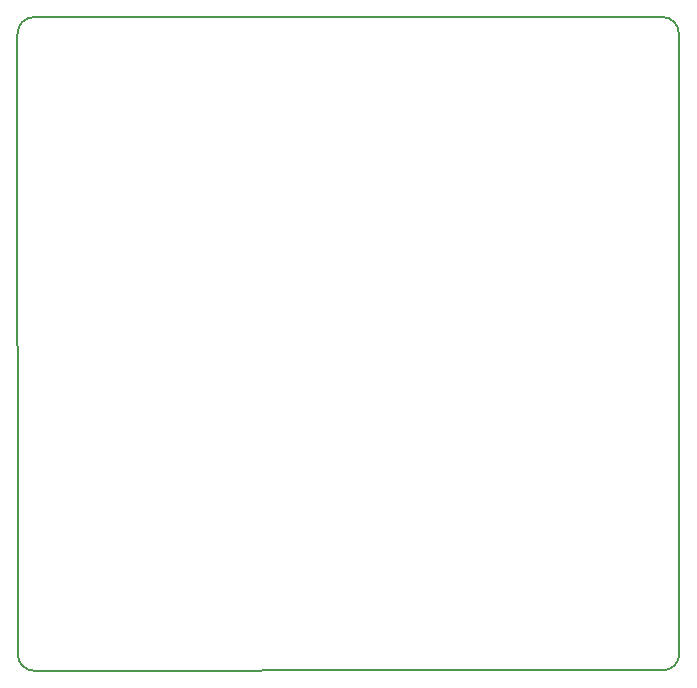
<source format=gm1>
G04 #@! TF.GenerationSoftware,KiCad,Pcbnew,(5.1.2)-2*
G04 #@! TF.CreationDate,2019-11-04T20:52:10+01:00*
G04 #@! TF.ProjectId,STM32_2CH_Dimmer,53544d33-325f-4324-9348-5f44696d6d65,rev?*
G04 #@! TF.SameCoordinates,Original*
G04 #@! TF.FileFunction,Profile,NP*
%FSLAX46Y46*%
G04 Gerber Fmt 4.6, Leading zero omitted, Abs format (unit mm)*
G04 Created by KiCad (PCBNEW (5.1.2)-2) date 2019-11-04 20:52:10*
%MOMM*%
%LPD*%
G04 APERTURE LIST*
%ADD10C,0.150000*%
G04 APERTURE END LIST*
D10*
X201440000Y-122000000D02*
G75*
G02X200028826Y-123408943I-1407604J-1343D01*
G01*
X199990000Y-68080000D02*
G75*
G02X201398943Y-69491174I1343J-1407604D01*
G01*
X145398826Y-69508943D02*
G75*
G02X146810000Y-68100000I1407604J1343D01*
G01*
X146820000Y-123440000D02*
G75*
G02X145411057Y-122028826I-1343J1407604D01*
G01*
X184900000Y-68072000D02*
X146810000Y-68100000D01*
X184900000Y-68072000D02*
X199990000Y-68080000D01*
X185100000Y-123420000D02*
X146820000Y-123440000D01*
X200028826Y-123408943D02*
X185100000Y-123420000D01*
X145398826Y-69508943D02*
X145411057Y-122028826D01*
X201398943Y-69491174D02*
X201440000Y-122000000D01*
M02*

</source>
